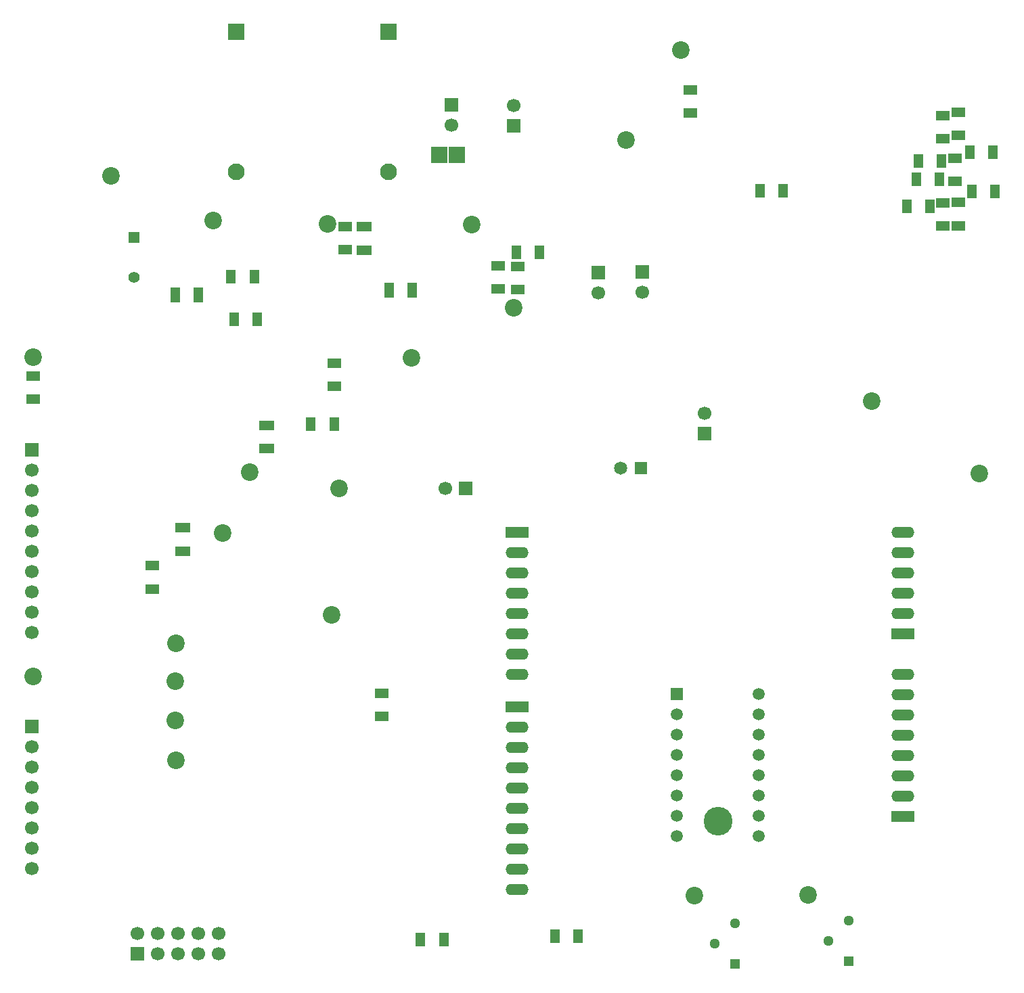
<source format=gbs>
G04*
G04 #@! TF.GenerationSoftware,Altium Limited,Altium Designer,22.2.1 (43)*
G04*
G04 Layer_Color=16711935*
%FSLAX25Y25*%
%MOIN*%
G70*
G04*
G04 #@! TF.SameCoordinates,5D24457F-3748-4EF7-84A7-D0A6444830B3*
G04*
G04*
G04 #@! TF.FilePolarity,Negative*
G04*
G01*
G75*
%ADD47R,0.07480X0.05118*%
%ADD49R,0.07087X0.04724*%
%ADD62C,0.05906*%
%ADD63C,0.05079*%
%ADD64R,0.05079X0.05079*%
%ADD65C,0.14173*%
%ADD66R,0.05906X0.05906*%
%ADD67C,0.08661*%
%ADD68C,0.08268*%
%ADD69R,0.08268X0.08268*%
%ADD70C,0.06693*%
%ADD71R,0.06693X0.06693*%
%ADD72R,0.06457X0.06457*%
%ADD73C,0.06457*%
%ADD74R,0.05512X0.05512*%
%ADD75C,0.05512*%
%ADD76R,0.11201X0.05598*%
%ADD77O,0.11201X0.05598*%
%ADD78R,0.06693X0.06693*%
%ADD94R,0.04724X0.07087*%
%ADD95R,0.05118X0.07480*%
%ADD97R,0.08071X0.07874*%
D47*
X171263Y375192D02*
D03*
Y363774D02*
D03*
X123231Y277357D02*
D03*
Y265940D02*
D03*
X81893Y226808D02*
D03*
Y215391D02*
D03*
D49*
X463830Y387200D02*
D03*
Y375782D02*
D03*
Y420271D02*
D03*
Y431688D02*
D03*
X8271Y301767D02*
D03*
Y290349D02*
D03*
X237404Y355901D02*
D03*
Y344483D02*
D03*
X246853Y355704D02*
D03*
Y344286D02*
D03*
X161814Y375389D02*
D03*
Y363971D02*
D03*
X156696Y308066D02*
D03*
Y296649D02*
D03*
X66932Y196767D02*
D03*
Y208184D02*
D03*
X462255Y409050D02*
D03*
Y397633D02*
D03*
X456349Y387003D02*
D03*
Y375586D02*
D03*
X331893Y431294D02*
D03*
Y442711D02*
D03*
X179921Y145276D02*
D03*
Y133858D02*
D03*
X456349Y429916D02*
D03*
Y418499D02*
D03*
D62*
X325277Y104922D02*
D03*
X365591Y144923D02*
D03*
X325277Y74922D02*
D03*
X365591Y74923D02*
D03*
X325277Y84922D02*
D03*
X365591Y84923D02*
D03*
X325277Y94922D02*
D03*
X365591Y94923D02*
D03*
Y104923D02*
D03*
X325277Y114922D02*
D03*
Y124922D02*
D03*
X365591Y124923D02*
D03*
X325277Y134922D02*
D03*
X365591Y134923D02*
D03*
Y114923D02*
D03*
D63*
X399843Y23386D02*
D03*
X409842Y33386D02*
D03*
X353937Y31811D02*
D03*
X343937Y21811D02*
D03*
D64*
X409842Y13386D02*
D03*
X353937Y11811D02*
D03*
D65*
X345433Y82401D02*
D03*
D66*
X325277Y144922D02*
D03*
D67*
X8268Y153543D02*
D03*
X224412Y376373D02*
D03*
X300397Y418105D02*
D03*
X474409Y253543D02*
D03*
X46460Y400389D02*
D03*
X244885Y335428D02*
D03*
X155118Y183858D02*
D03*
X333858Y45669D02*
D03*
X8271Y311019D02*
D03*
X153153Y376767D02*
D03*
X158782Y246255D02*
D03*
X194491Y310625D02*
D03*
X114964Y254326D02*
D03*
X421263Y289365D02*
D03*
X101578Y224404D02*
D03*
X327168Y462200D02*
D03*
X78740Y112205D02*
D03*
X78347Y151181D02*
D03*
X78347Y131890D02*
D03*
X78740Y170079D02*
D03*
X389764Y46063D02*
D03*
X96853Y378341D02*
D03*
D68*
X108271Y402357D02*
D03*
X183106Y402325D02*
D03*
D69*
X108271Y471255D02*
D03*
X183106Y471223D02*
D03*
D70*
X7483Y215271D02*
D03*
Y225271D02*
D03*
Y235271D02*
D03*
Y245271D02*
D03*
Y255271D02*
D03*
Y205271D02*
D03*
Y195271D02*
D03*
Y185271D02*
D03*
Y175271D02*
D03*
X7480Y79055D02*
D03*
Y89055D02*
D03*
Y99055D02*
D03*
Y109055D02*
D03*
Y119055D02*
D03*
Y69055D02*
D03*
Y59055D02*
D03*
X286614Y342756D02*
D03*
X99618Y27047D02*
D03*
X89618D02*
D03*
X99618Y17047D02*
D03*
X89618D02*
D03*
X79618Y27047D02*
D03*
Y17047D02*
D03*
X69618Y27047D02*
D03*
Y17047D02*
D03*
X59618Y27047D02*
D03*
X211263Y246255D02*
D03*
X244882Y434921D02*
D03*
X214173Y425315D02*
D03*
X338976Y283228D02*
D03*
X308268Y343032D02*
D03*
D71*
X7483Y265271D02*
D03*
X7480Y129055D02*
D03*
X286614Y352756D02*
D03*
X59618Y17047D02*
D03*
X244882Y424921D02*
D03*
X214173Y435315D02*
D03*
X338976Y273228D02*
D03*
X308268Y353031D02*
D03*
D72*
X307756Y256299D02*
D03*
D73*
X297756D02*
D03*
D74*
X57877Y370074D02*
D03*
D75*
Y350389D02*
D03*
D76*
X436732Y84614D02*
D03*
X246732Y224614D02*
D03*
Y138614D02*
D03*
X436732Y174614D02*
D03*
D77*
Y94614D02*
D03*
Y104614D02*
D03*
Y114614D02*
D03*
Y124614D02*
D03*
Y134614D02*
D03*
Y144614D02*
D03*
Y154614D02*
D03*
Y184614D02*
D03*
Y194614D02*
D03*
Y204614D02*
D03*
Y214614D02*
D03*
Y224614D02*
D03*
X246732Y214614D02*
D03*
Y204614D02*
D03*
Y194614D02*
D03*
Y184614D02*
D03*
Y174614D02*
D03*
Y164614D02*
D03*
Y154614D02*
D03*
Y128614D02*
D03*
Y118614D02*
D03*
Y108614D02*
D03*
Y98614D02*
D03*
Y88614D02*
D03*
Y78614D02*
D03*
Y68614D02*
D03*
Y58614D02*
D03*
Y48614D02*
D03*
D78*
X221263Y246255D02*
D03*
D94*
X481893Y392515D02*
D03*
X470475D02*
D03*
X107283Y329528D02*
D03*
X118701D02*
D03*
X105712Y350782D02*
D03*
X117129D02*
D03*
X257680Y362593D02*
D03*
X246263D02*
D03*
X145082Y277948D02*
D03*
X156499D02*
D03*
X377562Y392908D02*
D03*
X366145D02*
D03*
X454578Y398617D02*
D03*
X443160D02*
D03*
X444145Y407672D02*
D03*
X455562D02*
D03*
X480956Y412003D02*
D03*
X469538D02*
D03*
X438436Y385231D02*
D03*
X449853D02*
D03*
X210433Y24016D02*
D03*
X199016D02*
D03*
X276575Y25591D02*
D03*
X265158D02*
D03*
D95*
X89570Y341727D02*
D03*
X78153D02*
D03*
X195079Y344094D02*
D03*
X183661D02*
D03*
D97*
X216929Y410630D02*
D03*
X208268D02*
D03*
M02*

</source>
